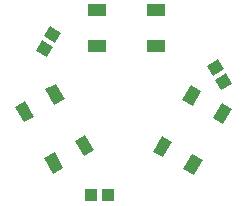
<source format=gtp>
G04 Layer: TopPasteMaskLayer*
G04 EasyEDA v5.9.41, Tue, 05 Feb 2019 18:09:35 GMT*
G04 103b8e95693e4c8e91cf80fae80cb03d*
G04 Gerber Generator version 0.2*
G04 Scale: 100 percent, Rotated: No, Reflected: No *
G04 Dimensions in millimeters *
G04 leading zeros omitted , absolute positions ,3 integer and 3 decimal *
%FSLAX33Y33*%
%MOMM*%
G90*
G71D02*

%ADD13R,1.499997X0.999998*%
%ADD14R,0.999998X1.099998*%

%LPD*%
G54D13*
G01X7532Y17699D03*
G01X7532Y14699D03*
G01X12533Y14699D03*
G01X12533Y17699D03*
G36*
G01X3830Y3875D02*
G01X3081Y5175D01*
G01X3947Y5676D01*
G01X4696Y4375D01*
G01X3830Y3875D01*
G37*
G36*
G01X6428Y5376D02*
G01X5677Y6674D01*
G01X6543Y7174D01*
G01X7295Y5876D01*
G01X6428Y5376D01*
G37*
G36*
G01X3927Y9704D02*
G01X3177Y11005D01*
G01X4043Y11505D01*
G01X4793Y10205D01*
G01X3927Y9704D01*
G37*
G36*
G01X1331Y8206D02*
G01X579Y9503D01*
G01X1445Y10004D01*
G01X2197Y8706D01*
G01X1331Y8206D01*
G37*
G36*
G01X18979Y9376D02*
G01X18227Y8079D01*
G01X17361Y8579D01*
G01X18112Y9877D01*
G01X18979Y9376D01*
G37*
G36*
G01X16380Y10878D02*
G01X15631Y9577D01*
G01X14765Y10078D01*
G01X15514Y11378D01*
G01X16380Y10878D01*
G37*
G36*
G01X13881Y6547D02*
G01X13129Y5249D01*
G01X12263Y5749D01*
G01X13015Y7047D01*
G01X13881Y6547D01*
G37*
G36*
G01X16477Y5048D02*
G01X15727Y3748D01*
G01X14861Y4248D01*
G01X15613Y5546D01*
G01X16477Y5048D01*
G37*
G36*
G01X4506Y15820D02*
G01X4005Y14954D01*
G01X3053Y15503D01*
G01X3553Y16369D01*
G01X4506Y15820D01*
G37*
G36*
G01X3805Y14609D02*
G01X3304Y13743D01*
G01X2352Y14291D01*
G01X2852Y15158D01*
G01X3805Y14609D01*
G37*
G54D14*
G01X7047Y2102D03*
G01X8447Y2102D03*
G36*
G01X18031Y10949D02*
G01X17531Y11815D01*
G01X18483Y12364D01*
G01X18984Y11497D01*
G01X18031Y10949D01*
G37*
G36*
G01X17330Y12160D02*
G01X16830Y13026D01*
G01X17782Y13575D01*
G01X18283Y12709D01*
G01X17330Y12160D01*
G37*
M00*
M02*

</source>
